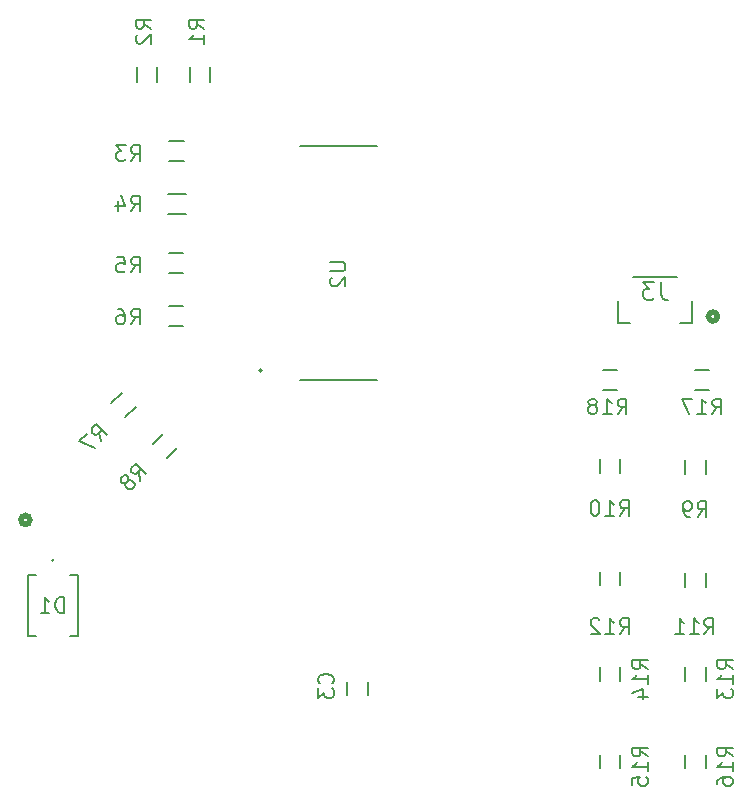
<source format=gbr>
%TF.GenerationSoftware,KiCad,Pcbnew,9.0.0*%
%TF.CreationDate,2025-05-02T07:07:21-06:00*%
%TF.ProjectId,schematic_Mk2.1,73636865-6d61-4746-9963-5f4d6b322e31,rev?*%
%TF.SameCoordinates,Original*%
%TF.FileFunction,Legend,Bot*%
%TF.FilePolarity,Positive*%
%FSLAX46Y46*%
G04 Gerber Fmt 4.6, Leading zero omitted, Abs format (unit mm)*
G04 Created by KiCad (PCBNEW 9.0.0) date 2025-05-02 07:07:21*
%MOMM*%
%LPD*%
G01*
G04 APERTURE LIST*
%ADD10C,0.200000*%
%ADD11C,0.150000*%
%ADD12C,0.127000*%
%ADD13C,0.508000*%
%ADD14C,0.152400*%
G04 APERTURE END LIST*
D10*
X118616666Y-82191004D02*
X119049999Y-81571957D01*
X119359523Y-82191004D02*
X119359523Y-80891004D01*
X119359523Y-80891004D02*
X118864285Y-80891004D01*
X118864285Y-80891004D02*
X118740475Y-80952909D01*
X118740475Y-80952909D02*
X118678570Y-81014814D01*
X118678570Y-81014814D02*
X118616666Y-81138623D01*
X118616666Y-81138623D02*
X118616666Y-81324338D01*
X118616666Y-81324338D02*
X118678570Y-81448147D01*
X118678570Y-81448147D02*
X118740475Y-81510052D01*
X118740475Y-81510052D02*
X118864285Y-81571957D01*
X118864285Y-81571957D02*
X119359523Y-81571957D01*
X117502380Y-80891004D02*
X117749999Y-80891004D01*
X117749999Y-80891004D02*
X117873808Y-80952909D01*
X117873808Y-80952909D02*
X117935713Y-81014814D01*
X117935713Y-81014814D02*
X118059523Y-81200528D01*
X118059523Y-81200528D02*
X118121427Y-81448147D01*
X118121427Y-81448147D02*
X118121427Y-81943385D01*
X118121427Y-81943385D02*
X118059523Y-82067195D01*
X118059523Y-82067195D02*
X117997618Y-82129100D01*
X117997618Y-82129100D02*
X117873808Y-82191004D01*
X117873808Y-82191004D02*
X117626189Y-82191004D01*
X117626189Y-82191004D02*
X117502380Y-82129100D01*
X117502380Y-82129100D02*
X117440475Y-82067195D01*
X117440475Y-82067195D02*
X117378570Y-81943385D01*
X117378570Y-81943385D02*
X117378570Y-81633861D01*
X117378570Y-81633861D02*
X117440475Y-81510052D01*
X117440475Y-81510052D02*
X117502380Y-81448147D01*
X117502380Y-81448147D02*
X117626189Y-81386242D01*
X117626189Y-81386242D02*
X117873808Y-81386242D01*
X117873808Y-81386242D02*
X117997618Y-81448147D01*
X117997618Y-81448147D02*
X118059523Y-81510052D01*
X118059523Y-81510052D02*
X118121427Y-81633861D01*
X118616666Y-77791004D02*
X119049999Y-77171957D01*
X119359523Y-77791004D02*
X119359523Y-76491004D01*
X119359523Y-76491004D02*
X118864285Y-76491004D01*
X118864285Y-76491004D02*
X118740475Y-76552909D01*
X118740475Y-76552909D02*
X118678570Y-76614814D01*
X118678570Y-76614814D02*
X118616666Y-76738623D01*
X118616666Y-76738623D02*
X118616666Y-76924338D01*
X118616666Y-76924338D02*
X118678570Y-77048147D01*
X118678570Y-77048147D02*
X118740475Y-77110052D01*
X118740475Y-77110052D02*
X118864285Y-77171957D01*
X118864285Y-77171957D02*
X119359523Y-77171957D01*
X117440475Y-76491004D02*
X118059523Y-76491004D01*
X118059523Y-76491004D02*
X118121427Y-77110052D01*
X118121427Y-77110052D02*
X118059523Y-77048147D01*
X118059523Y-77048147D02*
X117935713Y-76986242D01*
X117935713Y-76986242D02*
X117626189Y-76986242D01*
X117626189Y-76986242D02*
X117502380Y-77048147D01*
X117502380Y-77048147D02*
X117440475Y-77110052D01*
X117440475Y-77110052D02*
X117378570Y-77233861D01*
X117378570Y-77233861D02*
X117378570Y-77543385D01*
X117378570Y-77543385D02*
X117440475Y-77667195D01*
X117440475Y-77667195D02*
X117502380Y-77729100D01*
X117502380Y-77729100D02*
X117626189Y-77791004D01*
X117626189Y-77791004D02*
X117935713Y-77791004D01*
X117935713Y-77791004D02*
X118059523Y-77729100D01*
X118059523Y-77729100D02*
X118121427Y-77667195D01*
X135491004Y-76930373D02*
X136543385Y-76930373D01*
X136543385Y-76930373D02*
X136667195Y-76992278D01*
X136667195Y-76992278D02*
X136729100Y-77054183D01*
X136729100Y-77054183D02*
X136791004Y-77177992D01*
X136791004Y-77177992D02*
X136791004Y-77425611D01*
X136791004Y-77425611D02*
X136729100Y-77549421D01*
X136729100Y-77549421D02*
X136667195Y-77611326D01*
X136667195Y-77611326D02*
X136543385Y-77673230D01*
X136543385Y-77673230D02*
X135491004Y-77673230D01*
X135614814Y-78230374D02*
X135552909Y-78292278D01*
X135552909Y-78292278D02*
X135491004Y-78416088D01*
X135491004Y-78416088D02*
X135491004Y-78725612D01*
X135491004Y-78725612D02*
X135552909Y-78849421D01*
X135552909Y-78849421D02*
X135614814Y-78911326D01*
X135614814Y-78911326D02*
X135738623Y-78973231D01*
X135738623Y-78973231D02*
X135862433Y-78973231D01*
X135862433Y-78973231D02*
X136048147Y-78911326D01*
X136048147Y-78911326D02*
X136791004Y-78168469D01*
X136791004Y-78168469D02*
X136791004Y-78973231D01*
D11*
X163499999Y-78586128D02*
X163499999Y-79657557D01*
X163499999Y-79657557D02*
X163571428Y-79871842D01*
X163571428Y-79871842D02*
X163714285Y-80014700D01*
X163714285Y-80014700D02*
X163928571Y-80086128D01*
X163928571Y-80086128D02*
X164071428Y-80086128D01*
X162928571Y-78586128D02*
X161999999Y-78586128D01*
X161999999Y-78586128D02*
X162499999Y-79157557D01*
X162499999Y-79157557D02*
X162285714Y-79157557D01*
X162285714Y-79157557D02*
X162142857Y-79228985D01*
X162142857Y-79228985D02*
X162071428Y-79300414D01*
X162071428Y-79300414D02*
X161999999Y-79443271D01*
X161999999Y-79443271D02*
X161999999Y-79800414D01*
X161999999Y-79800414D02*
X162071428Y-79943271D01*
X162071428Y-79943271D02*
X162142857Y-80014700D01*
X162142857Y-80014700D02*
X162285714Y-80086128D01*
X162285714Y-80086128D02*
X162714285Y-80086128D01*
X162714285Y-80086128D02*
X162857142Y-80014700D01*
X162857142Y-80014700D02*
X162928571Y-79943271D01*
D10*
X159835714Y-89791004D02*
X160269047Y-89171957D01*
X160578571Y-89791004D02*
X160578571Y-88491004D01*
X160578571Y-88491004D02*
X160083333Y-88491004D01*
X160083333Y-88491004D02*
X159959523Y-88552909D01*
X159959523Y-88552909D02*
X159897618Y-88614814D01*
X159897618Y-88614814D02*
X159835714Y-88738623D01*
X159835714Y-88738623D02*
X159835714Y-88924338D01*
X159835714Y-88924338D02*
X159897618Y-89048147D01*
X159897618Y-89048147D02*
X159959523Y-89110052D01*
X159959523Y-89110052D02*
X160083333Y-89171957D01*
X160083333Y-89171957D02*
X160578571Y-89171957D01*
X158597618Y-89791004D02*
X159340475Y-89791004D01*
X158969047Y-89791004D02*
X158969047Y-88491004D01*
X158969047Y-88491004D02*
X159092856Y-88676719D01*
X159092856Y-88676719D02*
X159216666Y-88800528D01*
X159216666Y-88800528D02*
X159340475Y-88862433D01*
X157854761Y-89048147D02*
X157978571Y-88986242D01*
X157978571Y-88986242D02*
X158040476Y-88924338D01*
X158040476Y-88924338D02*
X158102380Y-88800528D01*
X158102380Y-88800528D02*
X158102380Y-88738623D01*
X158102380Y-88738623D02*
X158040476Y-88614814D01*
X158040476Y-88614814D02*
X157978571Y-88552909D01*
X157978571Y-88552909D02*
X157854761Y-88491004D01*
X157854761Y-88491004D02*
X157607142Y-88491004D01*
X157607142Y-88491004D02*
X157483333Y-88552909D01*
X157483333Y-88552909D02*
X157421428Y-88614814D01*
X157421428Y-88614814D02*
X157359523Y-88738623D01*
X157359523Y-88738623D02*
X157359523Y-88800528D01*
X157359523Y-88800528D02*
X157421428Y-88924338D01*
X157421428Y-88924338D02*
X157483333Y-88986242D01*
X157483333Y-88986242D02*
X157607142Y-89048147D01*
X157607142Y-89048147D02*
X157854761Y-89048147D01*
X157854761Y-89048147D02*
X157978571Y-89110052D01*
X157978571Y-89110052D02*
X158040476Y-89171957D01*
X158040476Y-89171957D02*
X158102380Y-89295766D01*
X158102380Y-89295766D02*
X158102380Y-89543385D01*
X158102380Y-89543385D02*
X158040476Y-89667195D01*
X158040476Y-89667195D02*
X157978571Y-89729100D01*
X157978571Y-89729100D02*
X157854761Y-89791004D01*
X157854761Y-89791004D02*
X157607142Y-89791004D01*
X157607142Y-89791004D02*
X157483333Y-89729100D01*
X157483333Y-89729100D02*
X157421428Y-89667195D01*
X157421428Y-89667195D02*
X157359523Y-89543385D01*
X157359523Y-89543385D02*
X157359523Y-89295766D01*
X157359523Y-89295766D02*
X157421428Y-89171957D01*
X157421428Y-89171957D02*
X157483333Y-89110052D01*
X157483333Y-89110052D02*
X157607142Y-89048147D01*
X167185714Y-108391004D02*
X167619047Y-107771957D01*
X167928571Y-108391004D02*
X167928571Y-107091004D01*
X167928571Y-107091004D02*
X167433333Y-107091004D01*
X167433333Y-107091004D02*
X167309523Y-107152909D01*
X167309523Y-107152909D02*
X167247618Y-107214814D01*
X167247618Y-107214814D02*
X167185714Y-107338623D01*
X167185714Y-107338623D02*
X167185714Y-107524338D01*
X167185714Y-107524338D02*
X167247618Y-107648147D01*
X167247618Y-107648147D02*
X167309523Y-107710052D01*
X167309523Y-107710052D02*
X167433333Y-107771957D01*
X167433333Y-107771957D02*
X167928571Y-107771957D01*
X165947618Y-108391004D02*
X166690475Y-108391004D01*
X166319047Y-108391004D02*
X166319047Y-107091004D01*
X166319047Y-107091004D02*
X166442856Y-107276719D01*
X166442856Y-107276719D02*
X166566666Y-107400528D01*
X166566666Y-107400528D02*
X166690475Y-107462433D01*
X164709523Y-108391004D02*
X165452380Y-108391004D01*
X165080952Y-108391004D02*
X165080952Y-107091004D01*
X165080952Y-107091004D02*
X165204761Y-107276719D01*
X165204761Y-107276719D02*
X165328571Y-107400528D01*
X165328571Y-107400528D02*
X165452380Y-107462433D01*
X169591004Y-111364285D02*
X168971957Y-110930952D01*
X169591004Y-110621428D02*
X168291004Y-110621428D01*
X168291004Y-110621428D02*
X168291004Y-111116666D01*
X168291004Y-111116666D02*
X168352909Y-111240476D01*
X168352909Y-111240476D02*
X168414814Y-111302381D01*
X168414814Y-111302381D02*
X168538623Y-111364285D01*
X168538623Y-111364285D02*
X168724338Y-111364285D01*
X168724338Y-111364285D02*
X168848147Y-111302381D01*
X168848147Y-111302381D02*
X168910052Y-111240476D01*
X168910052Y-111240476D02*
X168971957Y-111116666D01*
X168971957Y-111116666D02*
X168971957Y-110621428D01*
X169591004Y-112602381D02*
X169591004Y-111859524D01*
X169591004Y-112230952D02*
X168291004Y-112230952D01*
X168291004Y-112230952D02*
X168476719Y-112107143D01*
X168476719Y-112107143D02*
X168600528Y-111983333D01*
X168600528Y-111983333D02*
X168662433Y-111859524D01*
X168291004Y-113035714D02*
X168291004Y-113840476D01*
X168291004Y-113840476D02*
X168786242Y-113407142D01*
X168786242Y-113407142D02*
X168786242Y-113592857D01*
X168786242Y-113592857D02*
X168848147Y-113716666D01*
X168848147Y-113716666D02*
X168910052Y-113778571D01*
X168910052Y-113778571D02*
X169033861Y-113840476D01*
X169033861Y-113840476D02*
X169343385Y-113840476D01*
X169343385Y-113840476D02*
X169467195Y-113778571D01*
X169467195Y-113778571D02*
X169529100Y-113716666D01*
X169529100Y-113716666D02*
X169591004Y-113592857D01*
X169591004Y-113592857D02*
X169591004Y-113221428D01*
X169591004Y-113221428D02*
X169529100Y-113097619D01*
X169529100Y-113097619D02*
X169467195Y-113035714D01*
X119419459Y-95416347D02*
X119288139Y-94672201D01*
X119944738Y-94891068D02*
X119025500Y-93971829D01*
X119025500Y-93971829D02*
X118675313Y-94322015D01*
X118675313Y-94322015D02*
X118631540Y-94453335D01*
X118631540Y-94453335D02*
X118631540Y-94540881D01*
X118631540Y-94540881D02*
X118675313Y-94672201D01*
X118675313Y-94672201D02*
X118806633Y-94803521D01*
X118806633Y-94803521D02*
X118937953Y-94847294D01*
X118937953Y-94847294D02*
X119025500Y-94847294D01*
X119025500Y-94847294D02*
X119156819Y-94803521D01*
X119156819Y-94803521D02*
X119507006Y-94453335D01*
X118368900Y-95416347D02*
X118412674Y-95285027D01*
X118412674Y-95285027D02*
X118412674Y-95197481D01*
X118412674Y-95197481D02*
X118368900Y-95066161D01*
X118368900Y-95066161D02*
X118325127Y-95022387D01*
X118325127Y-95022387D02*
X118193807Y-94978614D01*
X118193807Y-94978614D02*
X118106261Y-94978614D01*
X118106261Y-94978614D02*
X117974941Y-95022387D01*
X117974941Y-95022387D02*
X117799848Y-95197481D01*
X117799848Y-95197481D02*
X117756074Y-95328800D01*
X117756074Y-95328800D02*
X117756074Y-95416347D01*
X117756074Y-95416347D02*
X117799848Y-95547667D01*
X117799848Y-95547667D02*
X117843621Y-95591440D01*
X117843621Y-95591440D02*
X117974941Y-95635213D01*
X117974941Y-95635213D02*
X118062487Y-95635213D01*
X118062487Y-95635213D02*
X118193807Y-95591440D01*
X118193807Y-95591440D02*
X118368900Y-95416347D01*
X118368900Y-95416347D02*
X118500220Y-95372574D01*
X118500220Y-95372574D02*
X118587767Y-95372574D01*
X118587767Y-95372574D02*
X118719087Y-95416347D01*
X118719087Y-95416347D02*
X118894180Y-95591440D01*
X118894180Y-95591440D02*
X118937953Y-95722760D01*
X118937953Y-95722760D02*
X118937953Y-95810306D01*
X118937953Y-95810306D02*
X118894180Y-95941626D01*
X118894180Y-95941626D02*
X118719087Y-96116719D01*
X118719087Y-96116719D02*
X118587767Y-96160493D01*
X118587767Y-96160493D02*
X118500220Y-96160493D01*
X118500220Y-96160493D02*
X118368900Y-96116719D01*
X118368900Y-96116719D02*
X118193807Y-95941626D01*
X118193807Y-95941626D02*
X118150034Y-95810306D01*
X118150034Y-95810306D02*
X118150034Y-95722760D01*
X118150034Y-95722760D02*
X118193807Y-95591440D01*
X112959523Y-106591004D02*
X112959523Y-105291004D01*
X112959523Y-105291004D02*
X112649999Y-105291004D01*
X112649999Y-105291004D02*
X112464285Y-105352909D01*
X112464285Y-105352909D02*
X112340475Y-105476719D01*
X112340475Y-105476719D02*
X112278570Y-105600528D01*
X112278570Y-105600528D02*
X112216666Y-105848147D01*
X112216666Y-105848147D02*
X112216666Y-106033861D01*
X112216666Y-106033861D02*
X112278570Y-106281480D01*
X112278570Y-106281480D02*
X112340475Y-106405290D01*
X112340475Y-106405290D02*
X112464285Y-106529100D01*
X112464285Y-106529100D02*
X112649999Y-106591004D01*
X112649999Y-106591004D02*
X112959523Y-106591004D01*
X110978570Y-106591004D02*
X111721427Y-106591004D01*
X111349999Y-106591004D02*
X111349999Y-105291004D01*
X111349999Y-105291004D02*
X111473808Y-105476719D01*
X111473808Y-105476719D02*
X111597618Y-105600528D01*
X111597618Y-105600528D02*
X111721427Y-105662433D01*
X124841004Y-57173333D02*
X124221957Y-56740000D01*
X124841004Y-56430476D02*
X123541004Y-56430476D01*
X123541004Y-56430476D02*
X123541004Y-56925714D01*
X123541004Y-56925714D02*
X123602909Y-57049524D01*
X123602909Y-57049524D02*
X123664814Y-57111429D01*
X123664814Y-57111429D02*
X123788623Y-57173333D01*
X123788623Y-57173333D02*
X123974338Y-57173333D01*
X123974338Y-57173333D02*
X124098147Y-57111429D01*
X124098147Y-57111429D02*
X124160052Y-57049524D01*
X124160052Y-57049524D02*
X124221957Y-56925714D01*
X124221957Y-56925714D02*
X124221957Y-56430476D01*
X124841004Y-58411429D02*
X124841004Y-57668572D01*
X124841004Y-58040000D02*
X123541004Y-58040000D01*
X123541004Y-58040000D02*
X123726719Y-57916191D01*
X123726719Y-57916191D02*
X123850528Y-57792381D01*
X123850528Y-57792381D02*
X123912433Y-57668572D01*
X118616666Y-72591004D02*
X119049999Y-71971957D01*
X119359523Y-72591004D02*
X119359523Y-71291004D01*
X119359523Y-71291004D02*
X118864285Y-71291004D01*
X118864285Y-71291004D02*
X118740475Y-71352909D01*
X118740475Y-71352909D02*
X118678570Y-71414814D01*
X118678570Y-71414814D02*
X118616666Y-71538623D01*
X118616666Y-71538623D02*
X118616666Y-71724338D01*
X118616666Y-71724338D02*
X118678570Y-71848147D01*
X118678570Y-71848147D02*
X118740475Y-71910052D01*
X118740475Y-71910052D02*
X118864285Y-71971957D01*
X118864285Y-71971957D02*
X119359523Y-71971957D01*
X117502380Y-71724338D02*
X117502380Y-72591004D01*
X117811904Y-71229100D02*
X118121427Y-72157671D01*
X118121427Y-72157671D02*
X117316666Y-72157671D01*
X118616666Y-68341004D02*
X119049999Y-67721957D01*
X119359523Y-68341004D02*
X119359523Y-67041004D01*
X119359523Y-67041004D02*
X118864285Y-67041004D01*
X118864285Y-67041004D02*
X118740475Y-67102909D01*
X118740475Y-67102909D02*
X118678570Y-67164814D01*
X118678570Y-67164814D02*
X118616666Y-67288623D01*
X118616666Y-67288623D02*
X118616666Y-67474338D01*
X118616666Y-67474338D02*
X118678570Y-67598147D01*
X118678570Y-67598147D02*
X118740475Y-67660052D01*
X118740475Y-67660052D02*
X118864285Y-67721957D01*
X118864285Y-67721957D02*
X119359523Y-67721957D01*
X118183332Y-67041004D02*
X117378570Y-67041004D01*
X117378570Y-67041004D02*
X117811904Y-67536242D01*
X117811904Y-67536242D02*
X117626189Y-67536242D01*
X117626189Y-67536242D02*
X117502380Y-67598147D01*
X117502380Y-67598147D02*
X117440475Y-67660052D01*
X117440475Y-67660052D02*
X117378570Y-67783861D01*
X117378570Y-67783861D02*
X117378570Y-68093385D01*
X117378570Y-68093385D02*
X117440475Y-68217195D01*
X117440475Y-68217195D02*
X117502380Y-68279100D01*
X117502380Y-68279100D02*
X117626189Y-68341004D01*
X117626189Y-68341004D02*
X117997618Y-68341004D01*
X117997618Y-68341004D02*
X118121427Y-68279100D01*
X118121427Y-68279100D02*
X118183332Y-68217195D01*
X167835714Y-89791004D02*
X168269047Y-89171957D01*
X168578571Y-89791004D02*
X168578571Y-88491004D01*
X168578571Y-88491004D02*
X168083333Y-88491004D01*
X168083333Y-88491004D02*
X167959523Y-88552909D01*
X167959523Y-88552909D02*
X167897618Y-88614814D01*
X167897618Y-88614814D02*
X167835714Y-88738623D01*
X167835714Y-88738623D02*
X167835714Y-88924338D01*
X167835714Y-88924338D02*
X167897618Y-89048147D01*
X167897618Y-89048147D02*
X167959523Y-89110052D01*
X167959523Y-89110052D02*
X168083333Y-89171957D01*
X168083333Y-89171957D02*
X168578571Y-89171957D01*
X166597618Y-89791004D02*
X167340475Y-89791004D01*
X166969047Y-89791004D02*
X166969047Y-88491004D01*
X166969047Y-88491004D02*
X167092856Y-88676719D01*
X167092856Y-88676719D02*
X167216666Y-88800528D01*
X167216666Y-88800528D02*
X167340475Y-88862433D01*
X166164285Y-88491004D02*
X165297619Y-88491004D01*
X165297619Y-88491004D02*
X165854761Y-89791004D01*
X160035714Y-98378504D02*
X160469047Y-97759457D01*
X160778571Y-98378504D02*
X160778571Y-97078504D01*
X160778571Y-97078504D02*
X160283333Y-97078504D01*
X160283333Y-97078504D02*
X160159523Y-97140409D01*
X160159523Y-97140409D02*
X160097618Y-97202314D01*
X160097618Y-97202314D02*
X160035714Y-97326123D01*
X160035714Y-97326123D02*
X160035714Y-97511838D01*
X160035714Y-97511838D02*
X160097618Y-97635647D01*
X160097618Y-97635647D02*
X160159523Y-97697552D01*
X160159523Y-97697552D02*
X160283333Y-97759457D01*
X160283333Y-97759457D02*
X160778571Y-97759457D01*
X158797618Y-98378504D02*
X159540475Y-98378504D01*
X159169047Y-98378504D02*
X159169047Y-97078504D01*
X159169047Y-97078504D02*
X159292856Y-97264219D01*
X159292856Y-97264219D02*
X159416666Y-97388028D01*
X159416666Y-97388028D02*
X159540475Y-97449933D01*
X157992857Y-97078504D02*
X157869047Y-97078504D01*
X157869047Y-97078504D02*
X157745238Y-97140409D01*
X157745238Y-97140409D02*
X157683333Y-97202314D01*
X157683333Y-97202314D02*
X157621428Y-97326123D01*
X157621428Y-97326123D02*
X157559523Y-97573742D01*
X157559523Y-97573742D02*
X157559523Y-97883266D01*
X157559523Y-97883266D02*
X157621428Y-98130885D01*
X157621428Y-98130885D02*
X157683333Y-98254695D01*
X157683333Y-98254695D02*
X157745238Y-98316600D01*
X157745238Y-98316600D02*
X157869047Y-98378504D01*
X157869047Y-98378504D02*
X157992857Y-98378504D01*
X157992857Y-98378504D02*
X158116666Y-98316600D01*
X158116666Y-98316600D02*
X158178571Y-98254695D01*
X158178571Y-98254695D02*
X158240476Y-98130885D01*
X158240476Y-98130885D02*
X158302380Y-97883266D01*
X158302380Y-97883266D02*
X158302380Y-97573742D01*
X158302380Y-97573742D02*
X158240476Y-97326123D01*
X158240476Y-97326123D02*
X158178571Y-97202314D01*
X158178571Y-97202314D02*
X158116666Y-97140409D01*
X158116666Y-97140409D02*
X157992857Y-97078504D01*
X166616666Y-98472504D02*
X167049999Y-97853457D01*
X167359523Y-98472504D02*
X167359523Y-97172504D01*
X167359523Y-97172504D02*
X166864285Y-97172504D01*
X166864285Y-97172504D02*
X166740475Y-97234409D01*
X166740475Y-97234409D02*
X166678570Y-97296314D01*
X166678570Y-97296314D02*
X166616666Y-97420123D01*
X166616666Y-97420123D02*
X166616666Y-97605838D01*
X166616666Y-97605838D02*
X166678570Y-97729647D01*
X166678570Y-97729647D02*
X166740475Y-97791552D01*
X166740475Y-97791552D02*
X166864285Y-97853457D01*
X166864285Y-97853457D02*
X167359523Y-97853457D01*
X165997618Y-98472504D02*
X165749999Y-98472504D01*
X165749999Y-98472504D02*
X165626189Y-98410600D01*
X165626189Y-98410600D02*
X165564285Y-98348695D01*
X165564285Y-98348695D02*
X165440475Y-98162980D01*
X165440475Y-98162980D02*
X165378570Y-97915361D01*
X165378570Y-97915361D02*
X165378570Y-97420123D01*
X165378570Y-97420123D02*
X165440475Y-97296314D01*
X165440475Y-97296314D02*
X165502380Y-97234409D01*
X165502380Y-97234409D02*
X165626189Y-97172504D01*
X165626189Y-97172504D02*
X165873808Y-97172504D01*
X165873808Y-97172504D02*
X165997618Y-97234409D01*
X165997618Y-97234409D02*
X166059523Y-97296314D01*
X166059523Y-97296314D02*
X166121427Y-97420123D01*
X166121427Y-97420123D02*
X166121427Y-97729647D01*
X166121427Y-97729647D02*
X166059523Y-97853457D01*
X166059523Y-97853457D02*
X165997618Y-97915361D01*
X165997618Y-97915361D02*
X165873808Y-97977266D01*
X165873808Y-97977266D02*
X165626189Y-97977266D01*
X165626189Y-97977266D02*
X165502380Y-97915361D01*
X165502380Y-97915361D02*
X165440475Y-97853457D01*
X165440475Y-97853457D02*
X165378570Y-97729647D01*
X160035714Y-108391004D02*
X160469047Y-107771957D01*
X160778571Y-108391004D02*
X160778571Y-107091004D01*
X160778571Y-107091004D02*
X160283333Y-107091004D01*
X160283333Y-107091004D02*
X160159523Y-107152909D01*
X160159523Y-107152909D02*
X160097618Y-107214814D01*
X160097618Y-107214814D02*
X160035714Y-107338623D01*
X160035714Y-107338623D02*
X160035714Y-107524338D01*
X160035714Y-107524338D02*
X160097618Y-107648147D01*
X160097618Y-107648147D02*
X160159523Y-107710052D01*
X160159523Y-107710052D02*
X160283333Y-107771957D01*
X160283333Y-107771957D02*
X160778571Y-107771957D01*
X158797618Y-108391004D02*
X159540475Y-108391004D01*
X159169047Y-108391004D02*
X159169047Y-107091004D01*
X159169047Y-107091004D02*
X159292856Y-107276719D01*
X159292856Y-107276719D02*
X159416666Y-107400528D01*
X159416666Y-107400528D02*
X159540475Y-107462433D01*
X158302380Y-107214814D02*
X158240476Y-107152909D01*
X158240476Y-107152909D02*
X158116666Y-107091004D01*
X158116666Y-107091004D02*
X157807142Y-107091004D01*
X157807142Y-107091004D02*
X157683333Y-107152909D01*
X157683333Y-107152909D02*
X157621428Y-107214814D01*
X157621428Y-107214814D02*
X157559523Y-107338623D01*
X157559523Y-107338623D02*
X157559523Y-107462433D01*
X157559523Y-107462433D02*
X157621428Y-107648147D01*
X157621428Y-107648147D02*
X158364285Y-108391004D01*
X158364285Y-108391004D02*
X157559523Y-108391004D01*
X162391004Y-111364285D02*
X161771957Y-110930952D01*
X162391004Y-110621428D02*
X161091004Y-110621428D01*
X161091004Y-110621428D02*
X161091004Y-111116666D01*
X161091004Y-111116666D02*
X161152909Y-111240476D01*
X161152909Y-111240476D02*
X161214814Y-111302381D01*
X161214814Y-111302381D02*
X161338623Y-111364285D01*
X161338623Y-111364285D02*
X161524338Y-111364285D01*
X161524338Y-111364285D02*
X161648147Y-111302381D01*
X161648147Y-111302381D02*
X161710052Y-111240476D01*
X161710052Y-111240476D02*
X161771957Y-111116666D01*
X161771957Y-111116666D02*
X161771957Y-110621428D01*
X162391004Y-112602381D02*
X162391004Y-111859524D01*
X162391004Y-112230952D02*
X161091004Y-112230952D01*
X161091004Y-112230952D02*
X161276719Y-112107143D01*
X161276719Y-112107143D02*
X161400528Y-111983333D01*
X161400528Y-111983333D02*
X161462433Y-111859524D01*
X161524338Y-113716666D02*
X162391004Y-113716666D01*
X161029100Y-113407142D02*
X161957671Y-113097619D01*
X161957671Y-113097619D02*
X161957671Y-113902380D01*
X169591004Y-118764285D02*
X168971957Y-118330952D01*
X169591004Y-118021428D02*
X168291004Y-118021428D01*
X168291004Y-118021428D02*
X168291004Y-118516666D01*
X168291004Y-118516666D02*
X168352909Y-118640476D01*
X168352909Y-118640476D02*
X168414814Y-118702381D01*
X168414814Y-118702381D02*
X168538623Y-118764285D01*
X168538623Y-118764285D02*
X168724338Y-118764285D01*
X168724338Y-118764285D02*
X168848147Y-118702381D01*
X168848147Y-118702381D02*
X168910052Y-118640476D01*
X168910052Y-118640476D02*
X168971957Y-118516666D01*
X168971957Y-118516666D02*
X168971957Y-118021428D01*
X169591004Y-120002381D02*
X169591004Y-119259524D01*
X169591004Y-119630952D02*
X168291004Y-119630952D01*
X168291004Y-119630952D02*
X168476719Y-119507143D01*
X168476719Y-119507143D02*
X168600528Y-119383333D01*
X168600528Y-119383333D02*
X168662433Y-119259524D01*
X168291004Y-121116666D02*
X168291004Y-120869047D01*
X168291004Y-120869047D02*
X168352909Y-120745238D01*
X168352909Y-120745238D02*
X168414814Y-120683333D01*
X168414814Y-120683333D02*
X168600528Y-120559523D01*
X168600528Y-120559523D02*
X168848147Y-120497619D01*
X168848147Y-120497619D02*
X169343385Y-120497619D01*
X169343385Y-120497619D02*
X169467195Y-120559523D01*
X169467195Y-120559523D02*
X169529100Y-120621428D01*
X169529100Y-120621428D02*
X169591004Y-120745238D01*
X169591004Y-120745238D02*
X169591004Y-120992857D01*
X169591004Y-120992857D02*
X169529100Y-121116666D01*
X169529100Y-121116666D02*
X169467195Y-121178571D01*
X169467195Y-121178571D02*
X169343385Y-121240476D01*
X169343385Y-121240476D02*
X169033861Y-121240476D01*
X169033861Y-121240476D02*
X168910052Y-121178571D01*
X168910052Y-121178571D02*
X168848147Y-121116666D01*
X168848147Y-121116666D02*
X168786242Y-120992857D01*
X168786242Y-120992857D02*
X168786242Y-120745238D01*
X168786242Y-120745238D02*
X168848147Y-120621428D01*
X168848147Y-120621428D02*
X168910052Y-120559523D01*
X168910052Y-120559523D02*
X169033861Y-120497619D01*
X120341004Y-57173333D02*
X119721957Y-56740000D01*
X120341004Y-56430476D02*
X119041004Y-56430476D01*
X119041004Y-56430476D02*
X119041004Y-56925714D01*
X119041004Y-56925714D02*
X119102909Y-57049524D01*
X119102909Y-57049524D02*
X119164814Y-57111429D01*
X119164814Y-57111429D02*
X119288623Y-57173333D01*
X119288623Y-57173333D02*
X119474338Y-57173333D01*
X119474338Y-57173333D02*
X119598147Y-57111429D01*
X119598147Y-57111429D02*
X119660052Y-57049524D01*
X119660052Y-57049524D02*
X119721957Y-56925714D01*
X119721957Y-56925714D02*
X119721957Y-56430476D01*
X119164814Y-57668572D02*
X119102909Y-57730476D01*
X119102909Y-57730476D02*
X119041004Y-57854286D01*
X119041004Y-57854286D02*
X119041004Y-58163810D01*
X119041004Y-58163810D02*
X119102909Y-58287619D01*
X119102909Y-58287619D02*
X119164814Y-58349524D01*
X119164814Y-58349524D02*
X119288623Y-58411429D01*
X119288623Y-58411429D02*
X119412433Y-58411429D01*
X119412433Y-58411429D02*
X119598147Y-58349524D01*
X119598147Y-58349524D02*
X120341004Y-57606667D01*
X120341004Y-57606667D02*
X120341004Y-58411429D01*
X162391004Y-118764285D02*
X161771957Y-118330952D01*
X162391004Y-118021428D02*
X161091004Y-118021428D01*
X161091004Y-118021428D02*
X161091004Y-118516666D01*
X161091004Y-118516666D02*
X161152909Y-118640476D01*
X161152909Y-118640476D02*
X161214814Y-118702381D01*
X161214814Y-118702381D02*
X161338623Y-118764285D01*
X161338623Y-118764285D02*
X161524338Y-118764285D01*
X161524338Y-118764285D02*
X161648147Y-118702381D01*
X161648147Y-118702381D02*
X161710052Y-118640476D01*
X161710052Y-118640476D02*
X161771957Y-118516666D01*
X161771957Y-118516666D02*
X161771957Y-118021428D01*
X162391004Y-120002381D02*
X162391004Y-119259524D01*
X162391004Y-119630952D02*
X161091004Y-119630952D01*
X161091004Y-119630952D02*
X161276719Y-119507143D01*
X161276719Y-119507143D02*
X161400528Y-119383333D01*
X161400528Y-119383333D02*
X161462433Y-119259524D01*
X161091004Y-121178571D02*
X161091004Y-120559523D01*
X161091004Y-120559523D02*
X161710052Y-120497619D01*
X161710052Y-120497619D02*
X161648147Y-120559523D01*
X161648147Y-120559523D02*
X161586242Y-120683333D01*
X161586242Y-120683333D02*
X161586242Y-120992857D01*
X161586242Y-120992857D02*
X161648147Y-121116666D01*
X161648147Y-121116666D02*
X161710052Y-121178571D01*
X161710052Y-121178571D02*
X161833861Y-121240476D01*
X161833861Y-121240476D02*
X162143385Y-121240476D01*
X162143385Y-121240476D02*
X162267195Y-121178571D01*
X162267195Y-121178571D02*
X162329100Y-121116666D01*
X162329100Y-121116666D02*
X162391004Y-120992857D01*
X162391004Y-120992857D02*
X162391004Y-120683333D01*
X162391004Y-120683333D02*
X162329100Y-120559523D01*
X162329100Y-120559523D02*
X162267195Y-120497619D01*
X135667195Y-112583333D02*
X135729100Y-112521429D01*
X135729100Y-112521429D02*
X135791004Y-112335714D01*
X135791004Y-112335714D02*
X135791004Y-112211905D01*
X135791004Y-112211905D02*
X135729100Y-112026191D01*
X135729100Y-112026191D02*
X135605290Y-111902381D01*
X135605290Y-111902381D02*
X135481480Y-111840476D01*
X135481480Y-111840476D02*
X135233861Y-111778572D01*
X135233861Y-111778572D02*
X135048147Y-111778572D01*
X135048147Y-111778572D02*
X134800528Y-111840476D01*
X134800528Y-111840476D02*
X134676719Y-111902381D01*
X134676719Y-111902381D02*
X134552909Y-112026191D01*
X134552909Y-112026191D02*
X134491004Y-112211905D01*
X134491004Y-112211905D02*
X134491004Y-112335714D01*
X134491004Y-112335714D02*
X134552909Y-112521429D01*
X134552909Y-112521429D02*
X134614814Y-112583333D01*
X134491004Y-113016667D02*
X134491004Y-113821429D01*
X134491004Y-113821429D02*
X134986242Y-113388095D01*
X134986242Y-113388095D02*
X134986242Y-113573810D01*
X134986242Y-113573810D02*
X135048147Y-113697619D01*
X135048147Y-113697619D02*
X135110052Y-113759524D01*
X135110052Y-113759524D02*
X135233861Y-113821429D01*
X135233861Y-113821429D02*
X135543385Y-113821429D01*
X135543385Y-113821429D02*
X135667195Y-113759524D01*
X135667195Y-113759524D02*
X135729100Y-113697619D01*
X135729100Y-113697619D02*
X135791004Y-113573810D01*
X135791004Y-113573810D02*
X135791004Y-113202381D01*
X135791004Y-113202381D02*
X135729100Y-113078572D01*
X135729100Y-113078572D02*
X135667195Y-113016667D01*
X116096235Y-92093124D02*
X115964915Y-91348978D01*
X116621514Y-91567845D02*
X115702276Y-90648606D01*
X115702276Y-90648606D02*
X115352089Y-90998792D01*
X115352089Y-90998792D02*
X115308316Y-91130112D01*
X115308316Y-91130112D02*
X115308316Y-91217658D01*
X115308316Y-91217658D02*
X115352089Y-91348978D01*
X115352089Y-91348978D02*
X115483409Y-91480298D01*
X115483409Y-91480298D02*
X115614729Y-91524071D01*
X115614729Y-91524071D02*
X115702276Y-91524071D01*
X115702276Y-91524071D02*
X115833595Y-91480298D01*
X115833595Y-91480298D02*
X116183782Y-91130112D01*
X114870583Y-91480298D02*
X114257757Y-92093124D01*
X114257757Y-92093124D02*
X115570956Y-92618403D01*
%TO.C,U2*%
X129700000Y-86100000D02*
G75*
G02*
X129500000Y-86100000I-100000J0D01*
G01*
X129500000Y-86100000D02*
G75*
G02*
X129700000Y-86100000I100000J0D01*
G01*
D12*
X139450000Y-67080000D02*
X132950000Y-67080000D01*
X132950000Y-86920000D02*
X139450000Y-86920000D01*
D13*
%TO.C,J4*%
X110077100Y-98745100D02*
G75*
G02*
X109315100Y-98745100I-381000J0D01*
G01*
X109315100Y-98745100D02*
G75*
G02*
X110077100Y-98745100I381000J0D01*
G01*
D14*
%TO.C,J3*%
X159875800Y-82036400D02*
X159875800Y-80237041D01*
X160862460Y-82036400D02*
X159875800Y-82036400D01*
X161129641Y-78175600D02*
X164870359Y-78175600D01*
X166124200Y-80237041D02*
X166124200Y-82036400D01*
X166124200Y-82036400D02*
X165137540Y-82036400D01*
D13*
X168283200Y-81527600D02*
G75*
G02*
X167521200Y-81527600I-381000J0D01*
G01*
X167521200Y-81527600D02*
G75*
G02*
X168283200Y-81527600I381000J0D01*
G01*
D12*
%TO.C,R18*%
X158610000Y-86026000D02*
X159790000Y-86026000D01*
X158610000Y-87786000D02*
X159790000Y-87786000D01*
%TO.C,R11*%
X165520000Y-104390000D02*
X165520000Y-103210000D01*
X167280000Y-104390000D02*
X167280000Y-103210000D01*
%TO.C,R13*%
X165520000Y-112390000D02*
X165520000Y-111210000D01*
X167280000Y-112390000D02*
X167280000Y-111210000D01*
%TO.C,R6*%
X121840000Y-80650000D02*
X123080000Y-80650000D01*
X121840000Y-82350000D02*
X123080000Y-82350000D01*
%TO.C,R8*%
X120460553Y-92337365D02*
X121337365Y-91460553D01*
X121662635Y-93539447D02*
X122539447Y-92662635D01*
D14*
%TO.C,D1*%
X109879100Y-103447300D02*
X110562360Y-103447300D01*
X109879100Y-108552700D02*
X109879100Y-103447300D01*
X110562360Y-108552700D02*
X109879100Y-108552700D01*
X113437640Y-103447300D02*
X114120900Y-103447300D01*
X114120900Y-103447300D02*
X114120900Y-108552700D01*
X114120900Y-108552700D02*
X113437640Y-108552700D01*
X112076200Y-102164600D02*
G75*
G02*
X111923800Y-102164600I-76200J0D01*
G01*
X111923800Y-102164600D02*
G75*
G02*
X112076200Y-102164600I76200J0D01*
G01*
D12*
%TO.C,R1*%
X123650000Y-60420000D02*
X123650000Y-61660000D01*
X125350000Y-60420000D02*
X125350000Y-61660000D01*
%TO.C,R5*%
X121840000Y-76150000D02*
X123080000Y-76150000D01*
X121840000Y-77850000D02*
X123080000Y-77850000D01*
%TO.C,R4*%
X121810000Y-71170000D02*
X123270000Y-71170000D01*
X121810000Y-72830000D02*
X123270000Y-72830000D01*
%TO.C,R3*%
X121880000Y-66650000D02*
X123120000Y-66650000D01*
X121880000Y-68350000D02*
X123120000Y-68350000D01*
%TO.C,R17*%
X166410000Y-86026000D02*
X167590000Y-86026000D01*
X166410000Y-87786000D02*
X167590000Y-87786000D01*
%TO.C,R10*%
X158320000Y-93610000D02*
X158320000Y-94790000D01*
X160080000Y-93610000D02*
X160080000Y-94790000D01*
%TO.C,R9*%
X165520000Y-93704000D02*
X165520000Y-94884000D01*
X167280000Y-93704000D02*
X167280000Y-94884000D01*
%TO.C,R12*%
X158320000Y-104296000D02*
X158320000Y-103116000D01*
X160080000Y-104296000D02*
X160080000Y-103116000D01*
%TO.C,R14*%
X158320000Y-111210000D02*
X158320000Y-112390000D01*
X160080000Y-111210000D02*
X160080000Y-112390000D01*
%TO.C,R16*%
X165520000Y-119790000D02*
X165520000Y-118610000D01*
X167280000Y-119790000D02*
X167280000Y-118610000D01*
%TO.C,R2*%
X119150000Y-60420000D02*
X119150000Y-61660000D01*
X120850000Y-60420000D02*
X120850000Y-61660000D01*
%TO.C,R15*%
X158320000Y-119790000D02*
X158320000Y-118610000D01*
X160080000Y-119790000D02*
X160080000Y-118610000D01*
%TO.C,C3*%
X136900000Y-112460000D02*
X136900000Y-113540000D01*
X138700000Y-112460000D02*
X138700000Y-113540000D01*
%TO.C,R7*%
X116960553Y-88837365D02*
X117837365Y-87960553D01*
X118162635Y-90039447D02*
X119039447Y-89162635D01*
%TD*%
M02*

</source>
